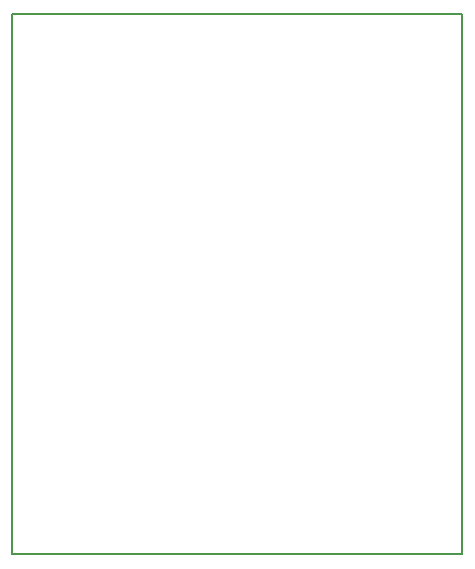
<source format=gbr>
G04 #@! TF.GenerationSoftware,KiCad,Pcbnew,(2017-05-02 revision e4d2924ee)-makepkg*
G04 #@! TF.CreationDate,2017-08-14T20:40:29-05:00*
G04 #@! TF.ProjectId,MiscRf,4D69736352662E6B696361645F706362,rev?*
G04 #@! TF.FileFunction,Profile,NP*
%FSLAX46Y46*%
G04 Gerber Fmt 4.6, Leading zero omitted, Abs format (unit mm)*
G04 Created by KiCad (PCBNEW (2017-05-02 revision e4d2924ee)-makepkg) date 08/14/17 20:40:29*
%MOMM*%
%LPD*%
G01*
G04 APERTURE LIST*
%ADD10C,0.100000*%
%ADD11C,0.200000*%
G04 APERTURE END LIST*
D10*
D11*
X196215000Y-50800000D02*
X158115000Y-50800000D01*
X196215000Y-96520000D02*
X196215000Y-50800000D01*
X158115000Y-96520000D02*
X196215000Y-96520000D01*
X158115000Y-50800000D02*
X158115000Y-96520000D01*
M02*

</source>
